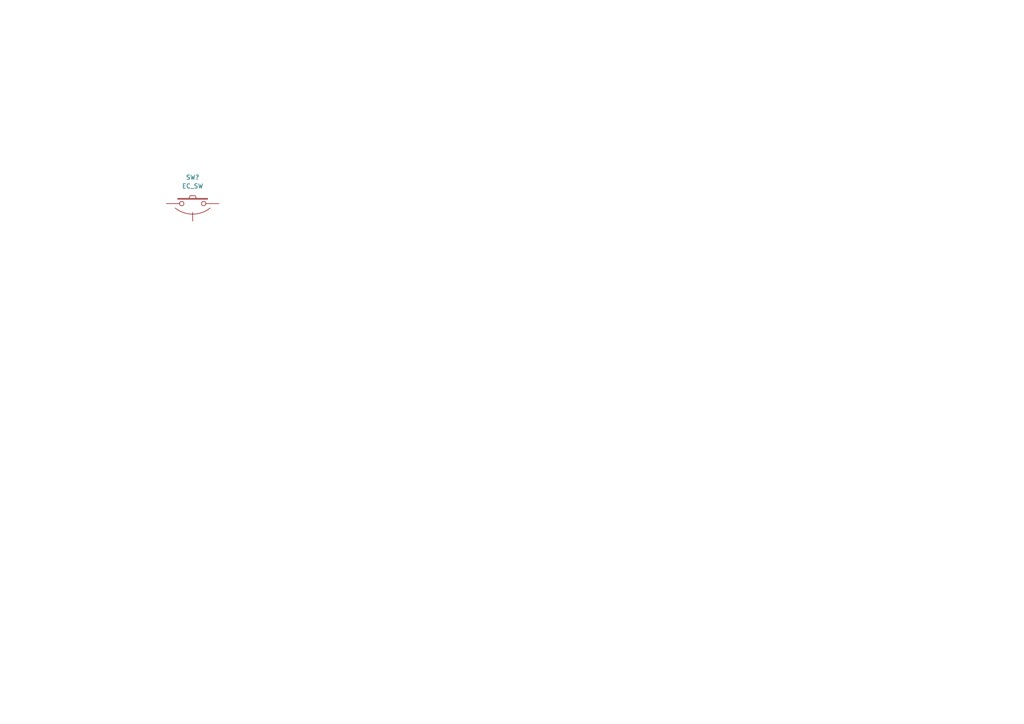
<source format=kicad_sch>
(kicad_sch (version 20211123) (generator eeschema)
  (paper "A4")
  (lib_symbols
    (symbol "cipulot_parts:EC_SW" (pin_numbers hide) (pin_names (offset 1.016) hide)
      (property "Reference" "SW" (at 3.81 2.794 0))
      (property "Value" "EC_SW" (at -3.81 3.81 0))
      (symbol "EC_SW_0_1"
        (arc (start -5.08 -1.27) (mid 0 -3.052) (end 5.08 -1.27))
        (rectangle (start -4.318 1.27) (end 4.318 1.524))
        (polyline (pts (xy -1.016 1.524) (xy -0.762 2.286) (xy 0.762 2.286) (xy 1.016 1.524)))
        (pin passive inverted (at -7.62 0 0) (length 5.08) (name "1") (number "1"))
        (pin passive inverted (at 7.62 0 180) (length 5.08) (name "2") (number "2"))
      )
      (symbol "EC_SW_1_1"
        (pin input line (at 0 -5.08 90) (length 2.54) (name "SG") (number "3"))
      )
    )
  )
  (symbol (lib_id "cipulot_parts:EC_SW") (at 55.88 59.055 0) (unit 1)
    (property "Reference" "SW?" (at 55.88 51.435 0))
    (property "Value" "EC_SW" (at 55.88 53.975 0))
  )
)
</source>
